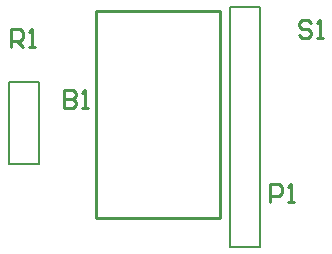
<source format=gto>
G04*
G04 #@! TF.GenerationSoftware,Altium Limited,Altium Designer,21.9.2 (33)*
G04*
G04 Layer_Color=65535*
%FSLAX25Y25*%
%MOIN*%
G70*
G04*
G04 #@! TF.SameCoordinates,977259B3-0B2F-49BC-815A-F7E1FA794F82*
G04*
G04*
G04 #@! TF.FilePolarity,Positive*
G04*
G01*
G75*
%ADD10C,0.01000*%
%ADD11C,0.00787*%
D10*
X75250Y21313D02*
Y90211D01*
X33911Y21313D02*
Y90211D01*
X75250D01*
X33911Y21313D02*
X75250D01*
X105600Y86399D02*
X104600Y87399D01*
X102601D01*
X101601Y86399D01*
Y85400D01*
X102601Y84400D01*
X104600D01*
X105600Y83400D01*
Y82401D01*
X104600Y81401D01*
X102601D01*
X101601Y82401D01*
X107599Y81401D02*
X109599D01*
X108599D01*
Y87399D01*
X107599Y86399D01*
X5561Y78369D02*
Y84367D01*
X8561D01*
X9560Y83367D01*
Y81367D01*
X8561Y80368D01*
X5561D01*
X7561D02*
X9560Y78369D01*
X11559D02*
X13559D01*
X12559D01*
Y84367D01*
X11559Y83367D01*
X91986Y26568D02*
Y32566D01*
X94985D01*
X95984Y31566D01*
Y29567D01*
X94985Y28567D01*
X91986D01*
X97984Y26568D02*
X99983D01*
X98983D01*
Y32566D01*
X97984Y31566D01*
X23338Y63997D02*
Y57999D01*
X26337D01*
X27337Y58999D01*
Y59998D01*
X26337Y60998D01*
X23338D01*
X26337D01*
X27337Y61998D01*
Y62997D01*
X26337Y63997D01*
X23338D01*
X29336Y57999D02*
X31335D01*
X30336D01*
Y63997D01*
X29336Y62997D01*
D11*
X78780Y11732D02*
X88779D01*
X78780D02*
Y91732D01*
X88779D01*
Y11732D02*
Y91732D01*
X5039Y39173D02*
X14882D01*
Y66732D01*
X5039D02*
X14882D01*
X5039Y39173D02*
Y66732D01*
M02*

</source>
